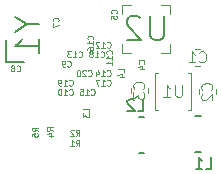
<source format=gbr>
G04 #@! TF.GenerationSoftware,KiCad,Pcbnew,(5.1.0)-1*
G04 #@! TF.CreationDate,2019-07-29T23:07:27-07:00*
G04 #@! TF.ProjectId,WireFreeV4_Release,57697265-4672-4656-9556-345f52656c65,rev?*
G04 #@! TF.SameCoordinates,Original*
G04 #@! TF.FileFunction,Legend,Bot*
G04 #@! TF.FilePolarity,Positive*
%FSLAX46Y46*%
G04 Gerber Fmt 4.6, Leading zero omitted, Abs format (unit mm)*
G04 Created by KiCad (PCBNEW (5.1.0)-1) date 2019-07-29 23:07:27*
%MOMM*%
%LPD*%
G04 APERTURE LIST*
%ADD10C,0.150000*%
%ADD11C,0.100000*%
%ADD12C,0.200000*%
%ADD13C,0.050000*%
%ADD14C,0.090000*%
G04 APERTURE END LIST*
D10*
X131671060Y-90043000D02*
X131671060Y-88214200D01*
X133169660Y-90043000D02*
X131671060Y-90043000D01*
D11*
X141445000Y-89335000D02*
X141445000Y-88575000D01*
X142205000Y-89335000D02*
X141445000Y-89335000D01*
X145545000Y-89335000D02*
X145545000Y-88575000D01*
X144785000Y-89335000D02*
X145545000Y-89335000D01*
X145545000Y-85235000D02*
X145545000Y-85995000D01*
X144785000Y-85235000D02*
X145545000Y-85235000D01*
X141445000Y-85235000D02*
X141445000Y-85995000D01*
X142205000Y-85235000D02*
X141445000Y-85235000D01*
X147081080Y-91007600D02*
X147351080Y-91007600D01*
X147351080Y-91007600D02*
X147351080Y-94107600D01*
X147351080Y-94107600D02*
X147081080Y-94107600D01*
X144521080Y-91007600D02*
X144251080Y-91007600D01*
X144251080Y-91007600D02*
X144251080Y-94107600D01*
X144251080Y-94107600D02*
X144521080Y-94107600D01*
D10*
X143379000Y-94748220D02*
X142879000Y-94748220D01*
X142879000Y-97748220D02*
X143379000Y-97748220D01*
X147645600Y-97672020D02*
X148145600Y-97672020D01*
X148145600Y-94672020D02*
X147645600Y-94672020D01*
D11*
X143646120Y-92671580D02*
X143646120Y-92261580D01*
X142246120Y-92671580D02*
X142246120Y-92261580D01*
X149399220Y-92795620D02*
X149399220Y-92385620D01*
X147999220Y-92795620D02*
X147999220Y-92385620D01*
X147675000Y-90380000D02*
X148085000Y-90380000D01*
X147675000Y-88980000D02*
X148085000Y-88980000D01*
D12*
X133458280Y-86889819D02*
X134410661Y-86889819D01*
X132410661Y-86223152D02*
X133458280Y-86889819D01*
X132410661Y-87556485D01*
X134410661Y-89270771D02*
X134410661Y-88127914D01*
X134410661Y-88699342D02*
X132410661Y-88699342D01*
X132696376Y-88508866D01*
X132886852Y-88318390D01*
X132982090Y-88127914D01*
X145018809Y-86189761D02*
X145018809Y-87808809D01*
X144923571Y-87999285D01*
X144828333Y-88094523D01*
X144637857Y-88189761D01*
X144256904Y-88189761D01*
X144066428Y-88094523D01*
X143971190Y-87999285D01*
X143875952Y-87808809D01*
X143875952Y-86189761D01*
X143018809Y-86380238D02*
X142923571Y-86285000D01*
X142733095Y-86189761D01*
X142256904Y-86189761D01*
X142066428Y-86285000D01*
X141971190Y-86380238D01*
X141875952Y-86570714D01*
X141875952Y-86761190D01*
X141971190Y-87046904D01*
X143114047Y-88189761D01*
X141875952Y-88189761D01*
D11*
X146562984Y-92009980D02*
X146562984Y-92819504D01*
X146515365Y-92914742D01*
X146467746Y-92962361D01*
X146372508Y-93009980D01*
X146182032Y-93009980D01*
X146086794Y-92962361D01*
X146039175Y-92914742D01*
X145991556Y-92819504D01*
X145991556Y-92009980D01*
X144991556Y-93009980D02*
X145562984Y-93009980D01*
X145277270Y-93009980D02*
X145277270Y-92009980D01*
X145372508Y-92152838D01*
X145467746Y-92248076D01*
X145562984Y-92295695D01*
D13*
X134356190Y-95911666D02*
X134118095Y-95745000D01*
X134356190Y-95625952D02*
X133856190Y-95625952D01*
X133856190Y-95816428D01*
X133880000Y-95864047D01*
X133903809Y-95887857D01*
X133951428Y-95911666D01*
X134022857Y-95911666D01*
X134070476Y-95887857D01*
X134094285Y-95864047D01*
X134118095Y-95816428D01*
X134118095Y-95625952D01*
X133856190Y-96364047D02*
X133856190Y-96125952D01*
X134094285Y-96102142D01*
X134070476Y-96125952D01*
X134046666Y-96173571D01*
X134046666Y-96292619D01*
X134070476Y-96340238D01*
X134094285Y-96364047D01*
X134141904Y-96387857D01*
X134260952Y-96387857D01*
X134308571Y-96364047D01*
X134332380Y-96340238D01*
X134356190Y-96292619D01*
X134356190Y-96173571D01*
X134332380Y-96125952D01*
X134308571Y-96102142D01*
X135616190Y-95891666D02*
X135378095Y-95725000D01*
X135616190Y-95605952D02*
X135116190Y-95605952D01*
X135116190Y-95796428D01*
X135140000Y-95844047D01*
X135163809Y-95867857D01*
X135211428Y-95891666D01*
X135282857Y-95891666D01*
X135330476Y-95867857D01*
X135354285Y-95844047D01*
X135378095Y-95796428D01*
X135378095Y-95605952D01*
X135282857Y-96320238D02*
X135616190Y-96320238D01*
X135092380Y-96201190D02*
X135449523Y-96082142D01*
X135449523Y-96391666D01*
X137583333Y-96296190D02*
X137750000Y-96058095D01*
X137869047Y-96296190D02*
X137869047Y-95796190D01*
X137678571Y-95796190D01*
X137630952Y-95820000D01*
X137607142Y-95843809D01*
X137583333Y-95891428D01*
X137583333Y-95962857D01*
X137607142Y-96010476D01*
X137630952Y-96034285D01*
X137678571Y-96058095D01*
X137869047Y-96058095D01*
X137392857Y-95843809D02*
X137369047Y-95820000D01*
X137321428Y-95796190D01*
X137202380Y-95796190D01*
X137154761Y-95820000D01*
X137130952Y-95843809D01*
X137107142Y-95891428D01*
X137107142Y-95939047D01*
X137130952Y-96010476D01*
X137416666Y-96296190D01*
X137107142Y-96296190D01*
X137588333Y-97176190D02*
X137755000Y-96938095D01*
X137874047Y-97176190D02*
X137874047Y-96676190D01*
X137683571Y-96676190D01*
X137635952Y-96700000D01*
X137612142Y-96723809D01*
X137588333Y-96771428D01*
X137588333Y-96842857D01*
X137612142Y-96890476D01*
X137635952Y-96914285D01*
X137683571Y-96938095D01*
X137874047Y-96938095D01*
X137112142Y-97176190D02*
X137397857Y-97176190D01*
X137255000Y-97176190D02*
X137255000Y-96676190D01*
X137302619Y-96747619D01*
X137350238Y-96795238D01*
X137397857Y-96819047D01*
X141625238Y-90903333D02*
X141625238Y-90655714D01*
X141105238Y-90655714D01*
X141278571Y-91299523D02*
X141625238Y-91299523D01*
X141080476Y-91175714D02*
X141451904Y-91051904D01*
X141451904Y-91373809D01*
X138695238Y-94268333D02*
X138695238Y-94020714D01*
X138175238Y-94020714D01*
X138175238Y-94392142D02*
X138175238Y-94714047D01*
X138373333Y-94540714D01*
X138373333Y-94615000D01*
X138398095Y-94664523D01*
X138422857Y-94689285D01*
X138472380Y-94714047D01*
X138596190Y-94714047D01*
X138645714Y-94689285D01*
X138670476Y-94664523D01*
X138695238Y-94615000D01*
X138695238Y-94466428D01*
X138670476Y-94416904D01*
X138645714Y-94392142D01*
D10*
X142795666Y-94200600D02*
X143271857Y-94200600D01*
X143271857Y-93200600D01*
X142509952Y-93295839D02*
X142462333Y-93248220D01*
X142367095Y-93200600D01*
X142129000Y-93200600D01*
X142033761Y-93248220D01*
X141986142Y-93295839D01*
X141938523Y-93391077D01*
X141938523Y-93486315D01*
X141986142Y-93629172D01*
X142557571Y-94200600D01*
X141938523Y-94200600D01*
X148562266Y-99124400D02*
X149038457Y-99124400D01*
X149038457Y-98124400D01*
X147705123Y-99124400D02*
X148276552Y-99124400D01*
X147990838Y-99124400D02*
X147990838Y-98124400D01*
X148086076Y-98267258D01*
X148181314Y-98362496D01*
X148276552Y-98410115D01*
D13*
X138606648Y-91214711D02*
X138630458Y-91238520D01*
X138701886Y-91262330D01*
X138749505Y-91262330D01*
X138820934Y-91238520D01*
X138868553Y-91190901D01*
X138892362Y-91143282D01*
X138916172Y-91048044D01*
X138916172Y-90976616D01*
X138892362Y-90881378D01*
X138868553Y-90833759D01*
X138820934Y-90786140D01*
X138749505Y-90762330D01*
X138701886Y-90762330D01*
X138630458Y-90786140D01*
X138606648Y-90809949D01*
X138416172Y-90809949D02*
X138392362Y-90786140D01*
X138344743Y-90762330D01*
X138225696Y-90762330D01*
X138178077Y-90786140D01*
X138154267Y-90809949D01*
X138130458Y-90857568D01*
X138130458Y-90905187D01*
X138154267Y-90976616D01*
X138439981Y-91262330D01*
X138130458Y-91262330D01*
X137820934Y-90762330D02*
X137773315Y-90762330D01*
X137725696Y-90786140D01*
X137701886Y-90809949D01*
X137678077Y-90857568D01*
X137654267Y-90952806D01*
X137654267Y-91071854D01*
X137678077Y-91167092D01*
X137701886Y-91214711D01*
X137725696Y-91238520D01*
X137773315Y-91262330D01*
X137820934Y-91262330D01*
X137868553Y-91238520D01*
X137892362Y-91214711D01*
X137916172Y-91167092D01*
X137939981Y-91071854D01*
X137939981Y-90952806D01*
X137916172Y-90857568D01*
X137892362Y-90809949D01*
X137868553Y-90786140D01*
X137820934Y-90762330D01*
X137014068Y-92014811D02*
X137037878Y-92038620D01*
X137109306Y-92062430D01*
X137156925Y-92062430D01*
X137228354Y-92038620D01*
X137275973Y-91991001D01*
X137299782Y-91943382D01*
X137323592Y-91848144D01*
X137323592Y-91776716D01*
X137299782Y-91681478D01*
X137275973Y-91633859D01*
X137228354Y-91586240D01*
X137156925Y-91562430D01*
X137109306Y-91562430D01*
X137037878Y-91586240D01*
X137014068Y-91610049D01*
X136537878Y-92062430D02*
X136823592Y-92062430D01*
X136680735Y-92062430D02*
X136680735Y-91562430D01*
X136728354Y-91633859D01*
X136775973Y-91681478D01*
X136823592Y-91705287D01*
X136299782Y-92062430D02*
X136204544Y-92062430D01*
X136156925Y-92038620D01*
X136133116Y-92014811D01*
X136085497Y-91943382D01*
X136061687Y-91848144D01*
X136061687Y-91657668D01*
X136085497Y-91610049D01*
X136109306Y-91586240D01*
X136156925Y-91562430D01*
X136252163Y-91562430D01*
X136299782Y-91586240D01*
X136323592Y-91610049D01*
X136347401Y-91657668D01*
X136347401Y-91776716D01*
X136323592Y-91824335D01*
X136299782Y-91848144D01*
X136252163Y-91871954D01*
X136156925Y-91871954D01*
X136109306Y-91848144D01*
X136085497Y-91824335D01*
X136061687Y-91776716D01*
X139665828Y-89614511D02*
X139689638Y-89638320D01*
X139761066Y-89662130D01*
X139808685Y-89662130D01*
X139880114Y-89638320D01*
X139927733Y-89590701D01*
X139951542Y-89543082D01*
X139975352Y-89447844D01*
X139975352Y-89376416D01*
X139951542Y-89281178D01*
X139927733Y-89233559D01*
X139880114Y-89185940D01*
X139808685Y-89162130D01*
X139761066Y-89162130D01*
X139689638Y-89185940D01*
X139665828Y-89209749D01*
X139189638Y-89662130D02*
X139475352Y-89662130D01*
X139332495Y-89662130D02*
X139332495Y-89162130D01*
X139380114Y-89233559D01*
X139427733Y-89281178D01*
X139475352Y-89304987D01*
X138903923Y-89376416D02*
X138951542Y-89352606D01*
X138975352Y-89328797D01*
X138999161Y-89281178D01*
X138999161Y-89257368D01*
X138975352Y-89209749D01*
X138951542Y-89185940D01*
X138903923Y-89162130D01*
X138808685Y-89162130D01*
X138761066Y-89185940D01*
X138737257Y-89209749D01*
X138713447Y-89257368D01*
X138713447Y-89281178D01*
X138737257Y-89328797D01*
X138761066Y-89352606D01*
X138808685Y-89376416D01*
X138903923Y-89376416D01*
X138951542Y-89400225D01*
X138975352Y-89424035D01*
X138999161Y-89471654D01*
X138999161Y-89566892D01*
X138975352Y-89614511D01*
X138951542Y-89638320D01*
X138903923Y-89662130D01*
X138808685Y-89662130D01*
X138761066Y-89638320D01*
X138737257Y-89614511D01*
X138713447Y-89566892D01*
X138713447Y-89471654D01*
X138737257Y-89424035D01*
X138761066Y-89400225D01*
X138808685Y-89376416D01*
X140211928Y-92014811D02*
X140235738Y-92038620D01*
X140307166Y-92062430D01*
X140354785Y-92062430D01*
X140426214Y-92038620D01*
X140473833Y-91991001D01*
X140497642Y-91943382D01*
X140521452Y-91848144D01*
X140521452Y-91776716D01*
X140497642Y-91681478D01*
X140473833Y-91633859D01*
X140426214Y-91586240D01*
X140354785Y-91562430D01*
X140307166Y-91562430D01*
X140235738Y-91586240D01*
X140211928Y-91610049D01*
X139735738Y-92062430D02*
X140021452Y-92062430D01*
X139878595Y-92062430D02*
X139878595Y-91562430D01*
X139926214Y-91633859D01*
X139973833Y-91681478D01*
X140021452Y-91705287D01*
X139569071Y-91562430D02*
X139235738Y-91562430D01*
X139450023Y-92062430D01*
X138998571Y-88138571D02*
X139022380Y-88114761D01*
X139046190Y-88043333D01*
X139046190Y-87995714D01*
X139022380Y-87924285D01*
X138974761Y-87876666D01*
X138927142Y-87852857D01*
X138831904Y-87829047D01*
X138760476Y-87829047D01*
X138665238Y-87852857D01*
X138617619Y-87876666D01*
X138570000Y-87924285D01*
X138546190Y-87995714D01*
X138546190Y-88043333D01*
X138570000Y-88114761D01*
X138593809Y-88138571D01*
X139046190Y-88614761D02*
X139046190Y-88329047D01*
X139046190Y-88471904D02*
X138546190Y-88471904D01*
X138617619Y-88424285D01*
X138665238Y-88376666D01*
X138689047Y-88329047D01*
X138546190Y-89043333D02*
X138546190Y-88948095D01*
X138570000Y-88900476D01*
X138593809Y-88876666D01*
X138665238Y-88829047D01*
X138760476Y-88805238D01*
X138950952Y-88805238D01*
X138998571Y-88829047D01*
X139022380Y-88852857D01*
X139046190Y-88900476D01*
X139046190Y-88995714D01*
X139022380Y-89043333D01*
X138998571Y-89067142D01*
X138950952Y-89090952D01*
X138831904Y-89090952D01*
X138784285Y-89067142D01*
X138760476Y-89043333D01*
X138736666Y-88995714D01*
X138736666Y-88900476D01*
X138760476Y-88852857D01*
X138784285Y-88829047D01*
X138831904Y-88805238D01*
X138863188Y-92812371D02*
X138886998Y-92836180D01*
X138958426Y-92859990D01*
X139006045Y-92859990D01*
X139077474Y-92836180D01*
X139125093Y-92788561D01*
X139148902Y-92740942D01*
X139172712Y-92645704D01*
X139172712Y-92574276D01*
X139148902Y-92479038D01*
X139125093Y-92431419D01*
X139077474Y-92383800D01*
X139006045Y-92359990D01*
X138958426Y-92359990D01*
X138886998Y-92383800D01*
X138863188Y-92407609D01*
X138386998Y-92859990D02*
X138672712Y-92859990D01*
X138529855Y-92859990D02*
X138529855Y-92359990D01*
X138577474Y-92431419D01*
X138625093Y-92479038D01*
X138672712Y-92502847D01*
X137934617Y-92359990D02*
X138172712Y-92359990D01*
X138196521Y-92598085D01*
X138172712Y-92574276D01*
X138125093Y-92550466D01*
X138006045Y-92550466D01*
X137958426Y-92574276D01*
X137934617Y-92598085D01*
X137910807Y-92645704D01*
X137910807Y-92764752D01*
X137934617Y-92812371D01*
X137958426Y-92836180D01*
X138006045Y-92859990D01*
X138125093Y-92859990D01*
X138172712Y-92836180D01*
X138196521Y-92812371D01*
X140214468Y-91214711D02*
X140238278Y-91238520D01*
X140309706Y-91262330D01*
X140357325Y-91262330D01*
X140428754Y-91238520D01*
X140476373Y-91190901D01*
X140500182Y-91143282D01*
X140523992Y-91048044D01*
X140523992Y-90976616D01*
X140500182Y-90881378D01*
X140476373Y-90833759D01*
X140428754Y-90786140D01*
X140357325Y-90762330D01*
X140309706Y-90762330D01*
X140238278Y-90786140D01*
X140214468Y-90809949D01*
X139738278Y-91262330D02*
X140023992Y-91262330D01*
X139881135Y-91262330D02*
X139881135Y-90762330D01*
X139928754Y-90833759D01*
X139976373Y-90881378D01*
X140023992Y-90905187D01*
X139309706Y-90928997D02*
X139309706Y-91262330D01*
X139428754Y-90738520D02*
X139547801Y-91095663D01*
X139238278Y-91095663D01*
X137811628Y-89611971D02*
X137835438Y-89635780D01*
X137906866Y-89659590D01*
X137954485Y-89659590D01*
X138025914Y-89635780D01*
X138073533Y-89588161D01*
X138097342Y-89540542D01*
X138121152Y-89445304D01*
X138121152Y-89373876D01*
X138097342Y-89278638D01*
X138073533Y-89231019D01*
X138025914Y-89183400D01*
X137954485Y-89159590D01*
X137906866Y-89159590D01*
X137835438Y-89183400D01*
X137811628Y-89207209D01*
X137335438Y-89659590D02*
X137621152Y-89659590D01*
X137478295Y-89659590D02*
X137478295Y-89159590D01*
X137525914Y-89231019D01*
X137573533Y-89278638D01*
X137621152Y-89302447D01*
X137168771Y-89159590D02*
X136859247Y-89159590D01*
X137025914Y-89350066D01*
X136954485Y-89350066D01*
X136906866Y-89373876D01*
X136883057Y-89397685D01*
X136859247Y-89445304D01*
X136859247Y-89564352D01*
X136883057Y-89611971D01*
X136906866Y-89635780D01*
X136954485Y-89659590D01*
X137097342Y-89659590D01*
X137144961Y-89635780D01*
X137168771Y-89611971D01*
X140211928Y-88811871D02*
X140235738Y-88835680D01*
X140307166Y-88859490D01*
X140354785Y-88859490D01*
X140426214Y-88835680D01*
X140473833Y-88788061D01*
X140497642Y-88740442D01*
X140521452Y-88645204D01*
X140521452Y-88573776D01*
X140497642Y-88478538D01*
X140473833Y-88430919D01*
X140426214Y-88383300D01*
X140354785Y-88359490D01*
X140307166Y-88359490D01*
X140235738Y-88383300D01*
X140211928Y-88407109D01*
X139735738Y-88859490D02*
X140021452Y-88859490D01*
X139878595Y-88859490D02*
X139878595Y-88359490D01*
X139926214Y-88430919D01*
X139973833Y-88478538D01*
X140021452Y-88502347D01*
X139545261Y-88407109D02*
X139521452Y-88383300D01*
X139473833Y-88359490D01*
X139354785Y-88359490D01*
X139307166Y-88383300D01*
X139283357Y-88407109D01*
X139259547Y-88454728D01*
X139259547Y-88502347D01*
X139283357Y-88573776D01*
X139569071Y-88859490D01*
X139259547Y-88859490D01*
X140599931Y-89383071D02*
X140623740Y-89359261D01*
X140647550Y-89287833D01*
X140647550Y-89240214D01*
X140623740Y-89168785D01*
X140576121Y-89121166D01*
X140528502Y-89097357D01*
X140433264Y-89073547D01*
X140361836Y-89073547D01*
X140266598Y-89097357D01*
X140218979Y-89121166D01*
X140171360Y-89168785D01*
X140147550Y-89240214D01*
X140147550Y-89287833D01*
X140171360Y-89359261D01*
X140195169Y-89383071D01*
X140647550Y-89859261D02*
X140647550Y-89573547D01*
X140647550Y-89716404D02*
X140147550Y-89716404D01*
X140218979Y-89668785D01*
X140266598Y-89621166D01*
X140290407Y-89573547D01*
X140647550Y-90335452D02*
X140647550Y-90049738D01*
X140647550Y-90192595D02*
X140147550Y-90192595D01*
X140218979Y-90144976D01*
X140266598Y-90097357D01*
X140290407Y-90049738D01*
X137014068Y-92814911D02*
X137037878Y-92838720D01*
X137109306Y-92862530D01*
X137156925Y-92862530D01*
X137228354Y-92838720D01*
X137275973Y-92791101D01*
X137299782Y-92743482D01*
X137323592Y-92648244D01*
X137323592Y-92576816D01*
X137299782Y-92481578D01*
X137275973Y-92433959D01*
X137228354Y-92386340D01*
X137156925Y-92362530D01*
X137109306Y-92362530D01*
X137037878Y-92386340D01*
X137014068Y-92410149D01*
X136537878Y-92862530D02*
X136823592Y-92862530D01*
X136680735Y-92862530D02*
X136680735Y-92362530D01*
X136728354Y-92433959D01*
X136775973Y-92481578D01*
X136823592Y-92505387D01*
X136228354Y-92362530D02*
X136180735Y-92362530D01*
X136133116Y-92386340D01*
X136109306Y-92410149D01*
X136085497Y-92457768D01*
X136061687Y-92553006D01*
X136061687Y-92672054D01*
X136085497Y-92767292D01*
X136109306Y-92814911D01*
X136133116Y-92838720D01*
X136180735Y-92862530D01*
X136228354Y-92862530D01*
X136275973Y-92838720D01*
X136299782Y-92814911D01*
X136323592Y-92767292D01*
X136347401Y-92672054D01*
X136347401Y-92553006D01*
X136323592Y-92457768D01*
X136299782Y-92410149D01*
X136275973Y-92386340D01*
X136228354Y-92362530D01*
X136853333Y-90418571D02*
X136877142Y-90442380D01*
X136948571Y-90466190D01*
X136996190Y-90466190D01*
X137067619Y-90442380D01*
X137115238Y-90394761D01*
X137139047Y-90347142D01*
X137162857Y-90251904D01*
X137162857Y-90180476D01*
X137139047Y-90085238D01*
X137115238Y-90037619D01*
X137067619Y-89990000D01*
X136996190Y-89966190D01*
X136948571Y-89966190D01*
X136877142Y-89990000D01*
X136853333Y-90013809D01*
X136615238Y-90466190D02*
X136520000Y-90466190D01*
X136472380Y-90442380D01*
X136448571Y-90418571D01*
X136400952Y-90347142D01*
X136377142Y-90251904D01*
X136377142Y-90061428D01*
X136400952Y-90013809D01*
X136424761Y-89990000D01*
X136472380Y-89966190D01*
X136567619Y-89966190D01*
X136615238Y-89990000D01*
X136639047Y-90013809D01*
X136662857Y-90061428D01*
X136662857Y-90180476D01*
X136639047Y-90228095D01*
X136615238Y-90251904D01*
X136567619Y-90275714D01*
X136472380Y-90275714D01*
X136424761Y-90251904D01*
X136400952Y-90228095D01*
X136377142Y-90180476D01*
X132566693Y-90813391D02*
X132590502Y-90837200D01*
X132661931Y-90861010D01*
X132709550Y-90861010D01*
X132780979Y-90837200D01*
X132828598Y-90789581D01*
X132852407Y-90741962D01*
X132876217Y-90646724D01*
X132876217Y-90575296D01*
X132852407Y-90480058D01*
X132828598Y-90432439D01*
X132780979Y-90384820D01*
X132709550Y-90361010D01*
X132661931Y-90361010D01*
X132590502Y-90384820D01*
X132566693Y-90408629D01*
X132280979Y-90575296D02*
X132328598Y-90551486D01*
X132352407Y-90527677D01*
X132376217Y-90480058D01*
X132376217Y-90456248D01*
X132352407Y-90408629D01*
X132328598Y-90384820D01*
X132280979Y-90361010D01*
X132185740Y-90361010D01*
X132138121Y-90384820D01*
X132114312Y-90408629D01*
X132090502Y-90456248D01*
X132090502Y-90480058D01*
X132114312Y-90527677D01*
X132138121Y-90551486D01*
X132185740Y-90575296D01*
X132280979Y-90575296D01*
X132328598Y-90599105D01*
X132352407Y-90622915D01*
X132376217Y-90670534D01*
X132376217Y-90765772D01*
X132352407Y-90813391D01*
X132328598Y-90837200D01*
X132280979Y-90861010D01*
X132185740Y-90861010D01*
X132138121Y-90837200D01*
X132114312Y-90813391D01*
X132090502Y-90765772D01*
X132090502Y-90670534D01*
X132114312Y-90622915D01*
X132138121Y-90599105D01*
X132185740Y-90575296D01*
X136063491Y-86627686D02*
X136087300Y-86603877D01*
X136111110Y-86532448D01*
X136111110Y-86484829D01*
X136087300Y-86413400D01*
X136039681Y-86365781D01*
X135992062Y-86341972D01*
X135896824Y-86318162D01*
X135825396Y-86318162D01*
X135730158Y-86341972D01*
X135682539Y-86365781D01*
X135634920Y-86413400D01*
X135611110Y-86484829D01*
X135611110Y-86532448D01*
X135634920Y-86603877D01*
X135658729Y-86627686D01*
X135611110Y-86794353D02*
X135611110Y-87127686D01*
X136111110Y-86913400D01*
X140998571Y-85946666D02*
X141022380Y-85922857D01*
X141046190Y-85851428D01*
X141046190Y-85803809D01*
X141022380Y-85732380D01*
X140974761Y-85684761D01*
X140927142Y-85660952D01*
X140831904Y-85637142D01*
X140760476Y-85637142D01*
X140665238Y-85660952D01*
X140617619Y-85684761D01*
X140570000Y-85732380D01*
X140546190Y-85803809D01*
X140546190Y-85851428D01*
X140570000Y-85922857D01*
X140593809Y-85946666D01*
X140546190Y-86399047D02*
X140546190Y-86160952D01*
X140784285Y-86137142D01*
X140760476Y-86160952D01*
X140736666Y-86208571D01*
X140736666Y-86327619D01*
X140760476Y-86375238D01*
X140784285Y-86399047D01*
X140831904Y-86422857D01*
X140950952Y-86422857D01*
X140998571Y-86399047D01*
X141022380Y-86375238D01*
X141046190Y-86327619D01*
X141046190Y-86208571D01*
X141022380Y-86160952D01*
X140998571Y-86137142D01*
X143328571Y-90196666D02*
X143352380Y-90172857D01*
X143376190Y-90101428D01*
X143376190Y-90053809D01*
X143352380Y-89982380D01*
X143304761Y-89934761D01*
X143257142Y-89910952D01*
X143161904Y-89887142D01*
X143090476Y-89887142D01*
X142995238Y-89910952D01*
X142947619Y-89934761D01*
X142900000Y-89982380D01*
X142876190Y-90053809D01*
X142876190Y-90101428D01*
X142900000Y-90172857D01*
X142923809Y-90196666D01*
X143042857Y-90625238D02*
X143376190Y-90625238D01*
X142852380Y-90506190D02*
X143209523Y-90387142D01*
X143209523Y-90696666D01*
D14*
X143274691Y-92313246D02*
X143318500Y-92269437D01*
X143362310Y-92138008D01*
X143362310Y-92050389D01*
X143318500Y-91918960D01*
X143230881Y-91831341D01*
X143143262Y-91787532D01*
X142968024Y-91743722D01*
X142836596Y-91743722D01*
X142661358Y-91787532D01*
X142573739Y-91831341D01*
X142486120Y-91918960D01*
X142442310Y-92050389D01*
X142442310Y-92138008D01*
X142486120Y-92269437D01*
X142529929Y-92313246D01*
X142442310Y-92619913D02*
X142442310Y-93189437D01*
X142792786Y-92882770D01*
X142792786Y-93014199D01*
X142836596Y-93101818D01*
X142880405Y-93145627D01*
X142968024Y-93189437D01*
X143187072Y-93189437D01*
X143274691Y-93145627D01*
X143318500Y-93101818D01*
X143362310Y-93014199D01*
X143362310Y-92751341D01*
X143318500Y-92663722D01*
X143274691Y-92619913D01*
X149027791Y-92437286D02*
X149071600Y-92393477D01*
X149115410Y-92262048D01*
X149115410Y-92174429D01*
X149071600Y-92043000D01*
X148983981Y-91955381D01*
X148896362Y-91911572D01*
X148721124Y-91867762D01*
X148589696Y-91867762D01*
X148414458Y-91911572D01*
X148326839Y-91955381D01*
X148239220Y-92043000D01*
X148195410Y-92174429D01*
X148195410Y-92262048D01*
X148239220Y-92393477D01*
X148283029Y-92437286D01*
X148283029Y-92787762D02*
X148239220Y-92831572D01*
X148195410Y-92919191D01*
X148195410Y-93138239D01*
X148239220Y-93225858D01*
X148283029Y-93269667D01*
X148370648Y-93313477D01*
X148458267Y-93313477D01*
X148589696Y-93269667D01*
X149115410Y-92743953D01*
X149115410Y-93313477D01*
X148033333Y-90008571D02*
X148077142Y-90052380D01*
X148208571Y-90096190D01*
X148296190Y-90096190D01*
X148427619Y-90052380D01*
X148515238Y-89964761D01*
X148559047Y-89877142D01*
X148602857Y-89701904D01*
X148602857Y-89570476D01*
X148559047Y-89395238D01*
X148515238Y-89307619D01*
X148427619Y-89220000D01*
X148296190Y-89176190D01*
X148208571Y-89176190D01*
X148077142Y-89220000D01*
X148033333Y-89263809D01*
X147157142Y-90096190D02*
X147682857Y-90096190D01*
X147420000Y-90096190D02*
X147420000Y-89176190D01*
X147507619Y-89307619D01*
X147595238Y-89395238D01*
X147682857Y-89439047D01*
M02*

</source>
